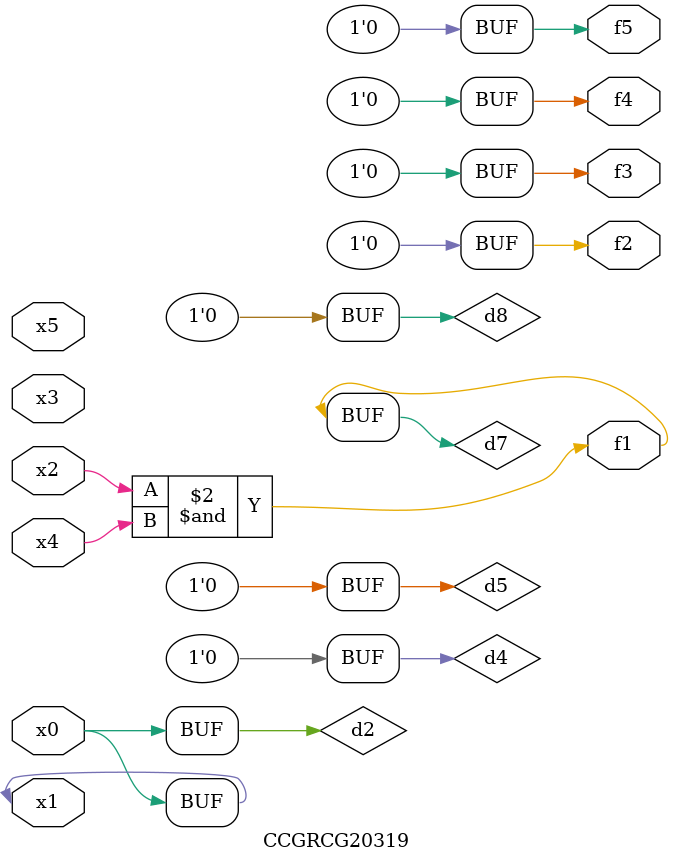
<source format=v>
module CCGRCG20319(
	input x0, x1, x2, x3, x4, x5,
	output f1, f2, f3, f4, f5
);

	wire d1, d2, d3, d4, d5, d6, d7, d8, d9;

	nand (d1, x1);
	buf (d2, x0, x1);
	nand (d3, x2, x4);
	and (d4, d1, d2);
	and (d5, d1, d2);
	nand (d6, d1, d3);
	not (d7, d3);
	xor (d8, d5);
	nor (d9, d5, d6);
	assign f1 = d7;
	assign f2 = d8;
	assign f3 = d8;
	assign f4 = d8;
	assign f5 = d8;
endmodule

</source>
